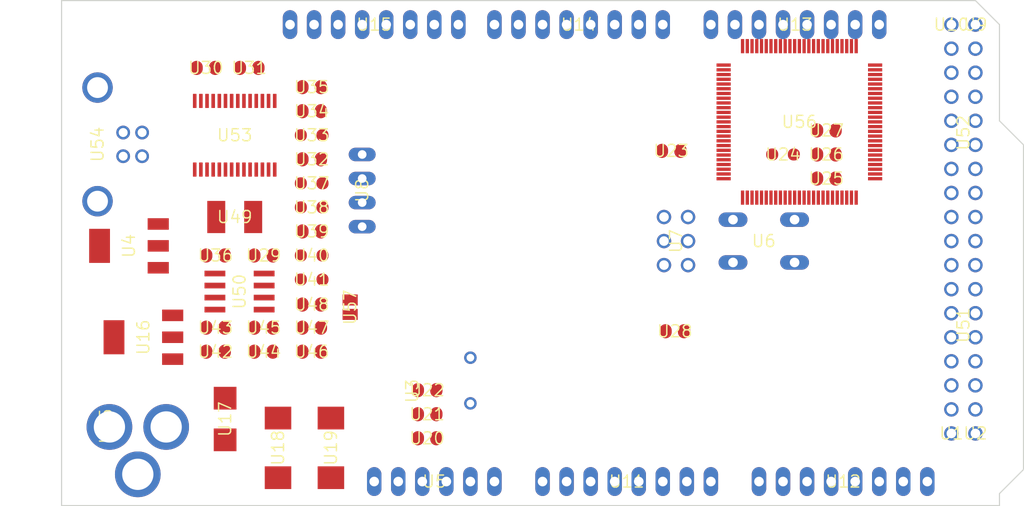
<source format=kicad_pcb>
(kicad_pcb (version 20221018) (generator pcbnew)
  (layers (0 "F.Cu" signal "Top") (31 "B.Cu" signal "Bottom") (34 "B.Paste" user) (35 "F.Paste" user) (36 "B.SilkS" user "B.Silkscreen") (37 "F.SilkS" user "F.Silkscreen") (38 "B.Mask" user) (39 "F.Mask" user) (44 "Edge.Cuts" user))
  (net 0 "")
  (net 1 "+5V")
  (net 2 "GND")
  (net 3 "N$6")
  (net 4 "N$7")
  (net 5 "AREF")
  (net 6 "RESET")
  (net 7 "VIN")
  (net 8 "N$3")
  (net 9 "PWRIN")
  (net 10 "M8RXD")
  (net 11 "M8TXD")
  (net 12 "ADC0")
  (net 13 "ADC2")
  (net 14 "ADC1")
  (net 15 "ADC3")
  (net 16 "ADC4")
  (net 17 "ADC5")
  (net 18 "ADC6")
  (net 19 "ADC7")
  (net 20 "+3V3")
  (net 21 "SDA")
  (net 22 "SCL")
  (net 23 "ADC9")
  (net 24 "ADC8")
  (net 25 "ADC10")
  (net 26 "ADC11")
  (net 27 "ADC12")
  (net 28 "ADC13")
  (net 29 "ADC14")
  (net 30 "ADC15")
  (net 31 "PB3")
  (net 32 "PB2")
  (net 33 "PB1")
  (net 34 "PB5")
  (net 35 "PB4")
  (net 36 "PE5")
  (net 37 "PE4")
  (net 38 "PE3")
  (net 39 "PE1")
  (net 40 "PE0")
  (net 41 "N$15")
  (net 42 "N$53")
  (net 43 "N$54")
  (net 44 "N$55")
  (net 45 "D-")
  (net 46 "D+")
  (net 47 "N$60")
  (net 48 "DTR")
  (net 49 "USBVCC")
  (net 50 "N$2")
  (net 51 "N$4")
  (net 52 "GATE_CMD")
  (net 53 "CMP")
  (net 54 "PB6")
  (net 55 "PH3")
  (net 56 "PH4")
  (net 57 "PH5")
  (net 58 "PH6")
  (net 59 "PG5")
  (net 60 "RXD1")
  (net 61 "TXD1")
  (net 62 "RXD2")
  (net 63 "RXD3")
  (net 64 "TXD2")
  (net 65 "TXD3")
  (net 66 "PC0")
  (net 67 "PC1")
  (net 68 "PC2")
  (net 69 "PC3")
  (net 70 "PC4")
  (net 71 "PC5")
  (net 72 "PC6")
  (net 73 "PC7")
  (net 74 "PB0")
  (net 75 "PG0")
  (net 76 "PG1")
  (net 77 "PG2")
  (net 78 "PD7")
  (net 79 "PA0")
  (net 80 "PA1")
  (net 81 "PA2")
  (net 82 "PA3")
  (net 83 "PA4")
  (net 84 "PA5")
  (net 85 "PA6")
  (net 86 "PA7")
  (net 87 "PL0")
  (net 88 "PL1")
  (net 89 "PL2")
  (net 90 "PL3")
  (net 91 "PL4")
  (net 92 "PL5")
  (net 93 "PL6")
  (net 94 "PL7")
  (net 95 "PB7")
  (net 96 "CTS")
  (net 97 "DSR")
  (net 98 "DCD")
  (net 99 "RI")
  (footprint "Arduino_MEGA_Reference_Design:2X03" (layer "F.Cu") (at 162.5981 103.7336 -90)
    (fp_text reference "U7")
    (fp_text value "")
  )
  (footprint "Arduino_MEGA_Reference_Design:1X08" (layer "F.Cu") (at 152.3111 80.8736 180)
    (fp_text reference "U14")
    (fp_text value "")
  )
  (footprint "Arduino_MEGA_Reference_Design:1X08" (layer "F.Cu") (at 130.7211 80.8736 180)
    (fp_text reference "U15")
    (fp_text value "")
  )
  (footprint "Arduino_MEGA_Reference_Design:SMC_D" (layer "F.Cu") (at 120.5611 125.5776 -90)
    (fp_text reference "U18")
    (fp_text value "")
  )
  (footprint "Arduino_MEGA_Reference_Design:SMC_D" (layer "F.Cu") (at 126.1491 125.5776 -90)
    (fp_text reference "U19")
    (fp_text value "")
  )
  (footprint "Arduino_MEGA_Reference_Design:B3F-10XX" (layer "F.Cu") (at 171.8691 103.7336 180)
    (fp_text reference "U6")
    (fp_text value "")
  )
  (footprint "Arduino_MEGA_Reference_Design:0805RND" (layer "F.Cu") (at 173.9011 94.5896 180)
    (fp_text reference "U24")
    (fp_text value "")
  )
  (footprint "Arduino_MEGA_Reference_Design:SMB" (layer "F.Cu") (at 114.9731 122.5296 -90)
    (fp_text reference "U17")
    (fp_text value "")
  )
  (footprint "Arduino_MEGA_Reference_Design:DC-21MM" (layer "F.Cu") (at 103.0351 123.2916 90)
    (fp_text reference "U55")
    (fp_text value "")
  )
  (footprint "Arduino_MEGA_Reference_Design:HC49_S" (layer "F.Cu") (at 140.8811 118.4656 90)
    (fp_text reference "U3")
    (fp_text value "")
  )
  (footprint "Arduino_MEGA_Reference_Design:SOT223" (layer "F.Cu") (at 106.3371 113.8936 90)
    (fp_text reference "U16")
    (fp_text value "")
  )
  (footprint "Arduino_MEGA_Reference_Design:1X06" (layer "F.Cu") (at 137.0711 129.1336)
    (fp_text reference "U5")
    (fp_text value "")
  )
  (footprint "Arduino_MEGA_Reference_Design:C0805RND" (layer "F.Cu") (at 124.1171 87.4776)
    (fp_text reference "U35")
    (fp_text value "")
  )
  (footprint "Arduino_MEGA_Reference_Design:C0805RND" (layer "F.Cu") (at 162.4711 113.2586)
    (fp_text reference "U28")
    (fp_text value "")
  )
  (footprint "Arduino_MEGA_Reference_Design:C0805RND" (layer "F.Cu") (at 136.3091 122.0216)
    (fp_text reference "U21")
    (fp_text value "")
  )
  (footprint "Arduino_MEGA_Reference_Design:C0805RND" (layer "F.Cu") (at 136.3091 119.4816)
    (fp_text reference "U22")
    (fp_text value "")
  )
  (footprint "Arduino_MEGA_Reference_Design:C0805RND" (layer "F.Cu") (at 113.9571 112.8776)
    (fp_text reference "U43")
    (fp_text value "")
  )
  (footprint "Arduino_MEGA_Reference_Design:RCL_0805RND" (layer "F.Cu") (at 124.1171 105.2576)
    (fp_text reference "U40")
    (fp_text value "")
  )
  (footprint "Arduino_MEGA_Reference_Design:RCL_0805RND" (layer "F.Cu") (at 124.1171 107.7976)
    (fp_text reference "U41")
    (fp_text value "")
  )
  (footprint "Arduino_MEGA_Reference_Design:1X08" (layer "F.Cu") (at 157.3911 129.1336)
    (fp_text reference "U11")
    (fp_text value "")
  )
  (footprint "Arduino_MEGA_Reference_Design:1X08" (layer "F.Cu") (at 175.1711 80.8736 180)
    (fp_text reference "U13")
    (fp_text value "")
  )
  (footprint "Arduino_MEGA_Reference_Design:R0805RND" (layer "F.Cu") (at 178.4731 94.5896 180)
    (fp_text reference "U26")
    (fp_text value "")
  )
  (footprint "Arduino_MEGA_Reference_Design:R0805RND" (layer "F.Cu") (at 178.4731 92.0496 180)
    (fp_text reference "U27")
    (fp_text value "")
  )
  (footprint "Arduino_MEGA_Reference_Design:TQFP100" (layer "F.Cu") (at 175.62770080566406 91.14759826660156 0)
    (fp_text reference "U56")
    (fp_text value "")
  )
  (footprint "Arduino_MEGA_Reference_Design:C0805RND" (layer "F.Cu") (at 162.0901 94.2086 180)
    (fp_text reference "U23")
    (fp_text value "")
  )
  (footprint "Arduino_MEGA_Reference_Design:C0805RND" (layer "F.Cu") (at 136.3091 124.5616)
    (fp_text reference "U20")
    (fp_text value "")
  )
  (footprint "Arduino_MEGA_Reference_Design:1X08" (layer "F.Cu") (at 180.2511 129.1336)
    (fp_text reference "U12")
    (fp_text value "")
  )
  (footprint "Arduino_MEGA_Reference_Design:R0805RND" (layer "F.Cu") (at 124.1171 112.8776)
    (fp_text reference "U47")
    (fp_text value "")
  )
  (footprint "Arduino_MEGA_Reference_Design:C0805RND" (layer "F.Cu") (at 124.1171 115.4176)
    (fp_text reference "U46")
    (fp_text value "")
  )
  (footprint "Arduino_MEGA_Reference_Design:C0805RND" (layer "F.Cu") (at 113.9571 105.2576)
    (fp_text reference "U36")
    (fp_text value "")
  )
  (footprint "Arduino_MEGA_Reference_Design:C0805RND" (layer "F.Cu") (at 112.9411 85.4456)
    (fp_text reference "U30")
    (fp_text value "")
  )
  (footprint "Arduino_MEGA_Reference_Design:0805RND" (layer "F.Cu") (at 124.1171 100.1776 180)
    (fp_text reference "U38")
    (fp_text value "")
  )
  (footprint "Arduino_MEGA_Reference_Design:0805RND" (layer "F.Cu") (at 124.1171 97.6376 180)
    (fp_text reference "U37")
    (fp_text value "")
  )
  (footprint "Arduino_MEGA_Reference_Design:R0805RND" (layer "F.Cu") (at 124.1171 95.0976)
    (fp_text reference "U32")
    (fp_text value "")
  )
  (footprint "Arduino_MEGA_Reference_Design:R0805RND" (layer "F.Cu") (at 124.1171 102.7176)
    (fp_text reference "U39")
    (fp_text value "")
  )
  (footprint "Arduino_MEGA_Reference_Design:SSOP28" (layer "F.Cu") (at 115.9891 92.5576)
    (fp_text reference "U53")
    (fp_text value "")
  )
  (footprint "Arduino_MEGA_Reference_Design:PN61729" (layer "F.Cu") (at 98.9584 93.5228 -90)
    (fp_text reference "U54")
    (fp_text value "")
  )
  (footprint "Arduino_MEGA_Reference_Design:L1812" (layer "F.Cu") (at 115.9891 101.1936)
    (fp_text reference "U49")
    (fp_text value "")
  )
  (footprint "Arduino_MEGA_Reference_Design:C0805RND" (layer "F.Cu") (at 117.5131 85.4456)
    (fp_text reference "U31")
    (fp_text value "")
  )
  (footprint "Arduino_MEGA_Reference_Design:0805RND" (layer "F.Cu") (at 124.1171 92.5576 180)
    (fp_text reference "U33")
    (fp_text value "")
  )
  (footprint "Arduino_MEGA_Reference_Design:R0805RND" (layer "F.Cu") (at 124.1171 90.0176 180)
    (fp_text reference "U34")
    (fp_text value "")
  )
  (footprint "Arduino_MEGA_Reference_Design:C0805RND" (layer "F.Cu") (at 124.1171 110.4392 180)
    (fp_text reference "U48")
    (fp_text value "")
  )
  (footprint "Arduino_MEGA_Reference_Design:SOT223" (layer "F.Cu") (at 104.8131 104.2416 90)
    (fp_text reference "U4")
    (fp_text value "")
  )
  (footprint "Arduino_MEGA_Reference_Design:SO08" (layer "F.Cu") (at 116.4971 109.0676 -90)
    (fp_text reference "U50")
    (fp_text value "")
  )
  (footprint "Arduino_MEGA_Reference_Design:R0805RND" (layer "F.Cu") (at 113.9571 115.4176 180)
    (fp_text reference "U42")
    (fp_text value "")
  )
  (footprint "Arduino_MEGA_Reference_Design:R0805RND" (layer "F.Cu") (at 119.0371 112.8776 180)
    (fp_text reference "U45")
    (fp_text value "")
  )
  (footprint "Arduino_MEGA_Reference_Design:C0805RND" (layer "F.Cu") (at 119.0371 115.4176 180)
    (fp_text reference "U44")
    (fp_text value "")
  )
  (footprint "Arduino_MEGA_Reference_Design:C0805RND" (layer "F.Cu") (at 119.0371 105.2576)
    (fp_text reference "U29")
    (fp_text value "")
  )
  (footprint "Arduino_MEGA_Reference_Design:2X08" (layer "F.Cu") (at 192.9511 92.3036 90)
    (fp_text reference "U52")
    (fp_text value "")
  )
  (footprint "Arduino_MEGA_Reference_Design:2X08" (layer "F.Cu") (at 192.9511 112.6236 90)
    (fp_text reference "U51")
    (fp_text value "")
  )
  (footprint "Arduino_MEGA_Reference_Design:R0805RND" (layer "F.Cu") (at 178.4731 97.1296 180)
    (fp_text reference "U25")
    (fp_text value "")
  )
  (footprint "Arduino_MEGA_Reference_Design:1X01" (layer "F.Cu") (at 191.6811 80.8736)
    (fp_text reference "U10")
    (fp_text value "")
  )
  (footprint "Arduino_MEGA_Reference_Design:1X01" (layer "F.Cu") (at 194.2211 80.8736)
    (fp_text reference "U9")
    (fp_text value "")
  )
  (footprint "Arduino_MEGA_Reference_Design:1X01" (layer "F.Cu") (at 191.6811 124.0536)
    (fp_text reference "U1")
    (fp_text value "")
  )
  (footprint "Arduino_MEGA_Reference_Design:1X01" (layer "F.Cu") (at 194.2211 124.0536)
    (fp_text reference "U2")
    (fp_text value "")
  )
  (footprint "Arduino_MEGA_Reference_Design:SJ" (layer "F.Cu") (at 128.1811 110.7186 -90)
    (fp_text reference "U57")
    (fp_text value "")
  )
  (footprint "Arduino_MEGA_Reference_Design:JP4" (layer "F.Cu") (at 129.4511 98.3996 -90)
    (fp_text reference "U8")
    (fp_text value "")
  )
  (gr_line (start 196.7611 80.8736) (end 196.7611 91.0336) (layer "Edge.Cuts") (width 0.12))
  (gr_line (start 196.7611 130.4036) (end 196.7611 131.6736) (layer "Edge.Cuts") (width 0.12))
  (gr_line (start 194.2211 78.3336) (end 196.7611 80.8736) (layer "Edge.Cuts") (width 0.12))
  (gr_line (start 97.7011 78.3336) (end 194.2211 78.3336) (layer "Edge.Cuts") (width 0.12))
  (gr_line (start 196.7611 91.0336) (end 199.3011 93.5736) (layer "Edge.Cuts") (width 0.12))
  (gr_line (start 97.7011 131.6736) (end 97.7011 78.3336) (layer "Edge.Cuts") (width 0.12))
  (gr_line (start 196.7611 131.6736) (end 97.7011 131.6736) (layer "Edge.Cuts") (width 0.12))
  (gr_line (start 199.3011 93.5736) (end 199.3011 127.8636) (layer "Edge.Cuts") (width 0.12))
  (gr_line (start 199.3011 127.8636) (end 196.7611 130.4036) (layer "Edge.Cuts") (width 0.12))
)
</source>
